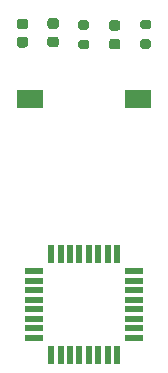
<source format=gbr>
%TF.GenerationSoftware,KiCad,Pcbnew,(5.1.6)-1*%
%TF.CreationDate,2020-10-29T20:04:16+01:00*%
%TF.ProjectId,atmega8breakeout,61746d65-6761-4386-9272-65616b656f75,rev?*%
%TF.SameCoordinates,Original*%
%TF.FileFunction,Paste,Top*%
%TF.FilePolarity,Positive*%
%FSLAX46Y46*%
G04 Gerber Fmt 4.6, Leading zero omitted, Abs format (unit mm)*
G04 Created by KiCad (PCBNEW (5.1.6)-1) date 2020-10-29 20:04:16*
%MOMM*%
%LPD*%
G01*
G04 APERTURE LIST*
%ADD10R,0.550000X1.600000*%
%ADD11R,1.600000X0.550000*%
%ADD12R,2.180000X1.600000*%
G04 APERTURE END LIST*
D10*
%TO.C,U1*%
X159405000Y-72870000D03*
X158605000Y-72870000D03*
X157805000Y-72870000D03*
X157005000Y-72870000D03*
X156205000Y-72870000D03*
X155405000Y-72870000D03*
X154605000Y-72870000D03*
X153805000Y-72870000D03*
D11*
X152355000Y-74320000D03*
X152355000Y-75120000D03*
X152355000Y-75920000D03*
X152355000Y-76720000D03*
X152355000Y-77520000D03*
X152355000Y-78320000D03*
X152355000Y-79120000D03*
X152355000Y-79920000D03*
D10*
X153805000Y-81370000D03*
X154605000Y-81370000D03*
X155405000Y-81370000D03*
X156205000Y-81370000D03*
X157005000Y-81370000D03*
X157805000Y-81370000D03*
X158605000Y-81370000D03*
X159405000Y-81370000D03*
D11*
X160855000Y-79920000D03*
X160855000Y-79120000D03*
X160855000Y-78320000D03*
X160855000Y-77520000D03*
X160855000Y-76720000D03*
X160855000Y-75920000D03*
X160855000Y-75120000D03*
X160855000Y-74320000D03*
%TD*%
D12*
%TO.C,SW1*%
X152000000Y-59710000D03*
X161180000Y-59710000D03*
%TD*%
%TO.C,C1*%
G36*
G01*
X154225000Y-55335000D02*
X153725000Y-55335000D01*
G75*
G02*
X153500000Y-55110000I0J225000D01*
G01*
X153500000Y-54660000D01*
G75*
G02*
X153725000Y-54435000I225000J0D01*
G01*
X154225000Y-54435000D01*
G75*
G02*
X154450000Y-54660000I0J-225000D01*
G01*
X154450000Y-55110000D01*
G75*
G02*
X154225000Y-55335000I-225000J0D01*
G01*
G37*
G36*
G01*
X154225000Y-53785000D02*
X153725000Y-53785000D01*
G75*
G02*
X153500000Y-53560000I0J225000D01*
G01*
X153500000Y-53110000D01*
G75*
G02*
X153725000Y-52885000I225000J0D01*
G01*
X154225000Y-52885000D01*
G75*
G02*
X154450000Y-53110000I0J-225000D01*
G01*
X154450000Y-53560000D01*
G75*
G02*
X154225000Y-53785000I-225000J0D01*
G01*
G37*
%TD*%
%TO.C,C2*%
G36*
G01*
X151635000Y-53815000D02*
X151135000Y-53815000D01*
G75*
G02*
X150910000Y-53590000I0J225000D01*
G01*
X150910000Y-53140000D01*
G75*
G02*
X151135000Y-52915000I225000J0D01*
G01*
X151635000Y-52915000D01*
G75*
G02*
X151860000Y-53140000I0J-225000D01*
G01*
X151860000Y-53590000D01*
G75*
G02*
X151635000Y-53815000I-225000J0D01*
G01*
G37*
G36*
G01*
X151635000Y-55365000D02*
X151135000Y-55365000D01*
G75*
G02*
X150910000Y-55140000I0J225000D01*
G01*
X150910000Y-54690000D01*
G75*
G02*
X151135000Y-54465000I225000J0D01*
G01*
X151635000Y-54465000D01*
G75*
G02*
X151860000Y-54690000I0J-225000D01*
G01*
X151860000Y-55140000D01*
G75*
G02*
X151635000Y-55365000I-225000J0D01*
G01*
G37*
%TD*%
%TO.C,D1*%
G36*
G01*
X159451250Y-55515000D02*
X158938750Y-55515000D01*
G75*
G02*
X158720000Y-55296250I0J218750D01*
G01*
X158720000Y-54858750D01*
G75*
G02*
X158938750Y-54640000I218750J0D01*
G01*
X159451250Y-54640000D01*
G75*
G02*
X159670000Y-54858750I0J-218750D01*
G01*
X159670000Y-55296250D01*
G75*
G02*
X159451250Y-55515000I-218750J0D01*
G01*
G37*
G36*
G01*
X159451250Y-53940000D02*
X158938750Y-53940000D01*
G75*
G02*
X158720000Y-53721250I0J218750D01*
G01*
X158720000Y-53283750D01*
G75*
G02*
X158938750Y-53065000I218750J0D01*
G01*
X159451250Y-53065000D01*
G75*
G02*
X159670000Y-53283750I0J-218750D01*
G01*
X159670000Y-53721250D01*
G75*
G02*
X159451250Y-53940000I-218750J0D01*
G01*
G37*
%TD*%
%TO.C,R1*%
G36*
G01*
X161550000Y-53015000D02*
X162100000Y-53015000D01*
G75*
G02*
X162300000Y-53215000I0J-200000D01*
G01*
X162300000Y-53615000D01*
G75*
G02*
X162100000Y-53815000I-200000J0D01*
G01*
X161550000Y-53815000D01*
G75*
G02*
X161350000Y-53615000I0J200000D01*
G01*
X161350000Y-53215000D01*
G75*
G02*
X161550000Y-53015000I200000J0D01*
G01*
G37*
G36*
G01*
X161550000Y-54665000D02*
X162100000Y-54665000D01*
G75*
G02*
X162300000Y-54865000I0J-200000D01*
G01*
X162300000Y-55265000D01*
G75*
G02*
X162100000Y-55465000I-200000J0D01*
G01*
X161550000Y-55465000D01*
G75*
G02*
X161350000Y-55265000I0J200000D01*
G01*
X161350000Y-54865000D01*
G75*
G02*
X161550000Y-54665000I200000J0D01*
G01*
G37*
%TD*%
%TO.C,R2*%
G36*
G01*
X156840000Y-53865000D02*
X156290000Y-53865000D01*
G75*
G02*
X156090000Y-53665000I0J200000D01*
G01*
X156090000Y-53265000D01*
G75*
G02*
X156290000Y-53065000I200000J0D01*
G01*
X156840000Y-53065000D01*
G75*
G02*
X157040000Y-53265000I0J-200000D01*
G01*
X157040000Y-53665000D01*
G75*
G02*
X156840000Y-53865000I-200000J0D01*
G01*
G37*
G36*
G01*
X156840000Y-55515000D02*
X156290000Y-55515000D01*
G75*
G02*
X156090000Y-55315000I0J200000D01*
G01*
X156090000Y-54915000D01*
G75*
G02*
X156290000Y-54715000I200000J0D01*
G01*
X156840000Y-54715000D01*
G75*
G02*
X157040000Y-54915000I0J-200000D01*
G01*
X157040000Y-55315000D01*
G75*
G02*
X156840000Y-55515000I-200000J0D01*
G01*
G37*
%TD*%
M02*

</source>
